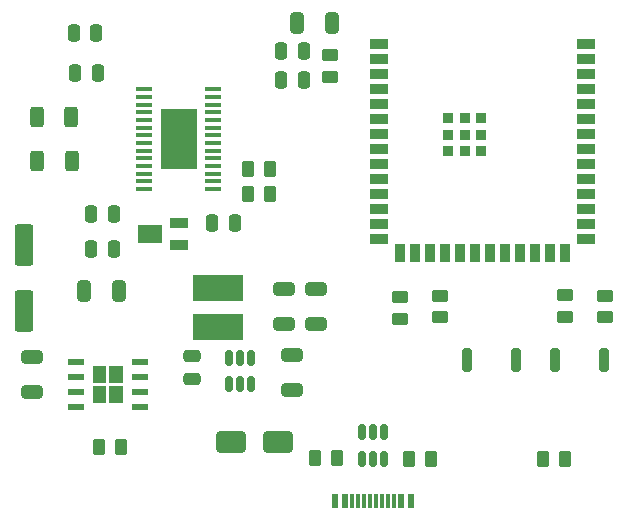
<source format=gbr>
%TF.GenerationSoftware,KiCad,Pcbnew,8.0.1*%
%TF.CreationDate,2024-04-06T00:37:26+05:30*%
%TF.ProjectId,Project,50726f6a-6563-4742-9e6b-696361645f70,rev?*%
%TF.SameCoordinates,Original*%
%TF.FileFunction,Paste,Top*%
%TF.FilePolarity,Positive*%
%FSLAX46Y46*%
G04 Gerber Fmt 4.6, Leading zero omitted, Abs format (unit mm)*
G04 Created by KiCad (PCBNEW 8.0.1) date 2024-04-06 00:37:26*
%MOMM*%
%LPD*%
G01*
G04 APERTURE LIST*
G04 Aperture macros list*
%AMRoundRect*
0 Rectangle with rounded corners*
0 $1 Rounding radius*
0 $2 $3 $4 $5 $6 $7 $8 $9 X,Y pos of 4 corners*
0 Add a 4 corners polygon primitive as box body*
4,1,4,$2,$3,$4,$5,$6,$7,$8,$9,$2,$3,0*
0 Add four circle primitives for the rounded corners*
1,1,$1+$1,$2,$3*
1,1,$1+$1,$4,$5*
1,1,$1+$1,$6,$7*
1,1,$1+$1,$8,$9*
0 Add four rect primitives between the rounded corners*
20,1,$1+$1,$2,$3,$4,$5,0*
20,1,$1+$1,$4,$5,$6,$7,0*
20,1,$1+$1,$6,$7,$8,$9,0*
20,1,$1+$1,$8,$9,$2,$3,0*%
G04 Aperture macros list end*
%ADD10C,0.000000*%
%ADD11RoundRect,0.250000X-0.262500X-0.450000X0.262500X-0.450000X0.262500X0.450000X-0.262500X0.450000X0*%
%ADD12RoundRect,0.250000X-0.450000X0.262500X-0.450000X-0.262500X0.450000X-0.262500X0.450000X0.262500X0*%
%ADD13RoundRect,0.200000X-0.200000X-0.800000X0.200000X-0.800000X0.200000X0.800000X-0.200000X0.800000X0*%
%ADD14RoundRect,0.250000X0.450000X-0.262500X0.450000X0.262500X-0.450000X0.262500X-0.450000X-0.262500X0*%
%ADD15RoundRect,0.250000X-0.312500X-0.625000X0.312500X-0.625000X0.312500X0.625000X-0.312500X0.625000X0*%
%ADD16R,1.549400X0.939800*%
%ADD17R,2.133600X1.498600*%
%ADD18RoundRect,0.250000X0.262500X0.450000X-0.262500X0.450000X-0.262500X-0.450000X0.262500X-0.450000X0*%
%ADD19RoundRect,0.250000X-0.325000X-0.650000X0.325000X-0.650000X0.325000X0.650000X-0.325000X0.650000X0*%
%ADD20RoundRect,0.150000X0.150000X-0.512500X0.150000X0.512500X-0.150000X0.512500X-0.150000X-0.512500X0*%
%ADD21RoundRect,0.250000X0.250000X0.475000X-0.250000X0.475000X-0.250000X-0.475000X0.250000X-0.475000X0*%
%ADD22R,1.500000X0.900000*%
%ADD23R,0.900000X1.500000*%
%ADD24R,0.900000X0.900000*%
%ADD25RoundRect,0.250000X-0.250000X-0.475000X0.250000X-0.475000X0.250000X0.475000X-0.250000X0.475000X0*%
%ADD26R,0.600000X1.160000*%
%ADD27R,0.300000X1.160000*%
%ADD28RoundRect,0.250000X0.650000X-0.325000X0.650000X0.325000X-0.650000X0.325000X-0.650000X-0.325000X0*%
%ADD29RoundRect,0.250000X-0.650000X0.325000X-0.650000X-0.325000X0.650000X-0.325000X0.650000X0.325000X0*%
%ADD30RoundRect,0.250000X-1.000000X-0.650000X1.000000X-0.650000X1.000000X0.650000X-1.000000X0.650000X0*%
%ADD31R,1.460500X0.558800*%
%ADD32R,4.200000X2.200000*%
%ADD33RoundRect,0.250000X-0.475000X0.250000X-0.475000X-0.250000X0.475000X-0.250000X0.475000X0.250000X0*%
%ADD34R,1.475000X0.450000*%
%ADD35R,3.100000X5.180000*%
%ADD36RoundRect,0.250000X0.550000X-1.500000X0.550000X1.500000X-0.550000X1.500000X-0.550000X-1.500000X0*%
%ADD37RoundRect,0.200000X0.200000X0.800000X-0.200000X0.800000X-0.200000X-0.800000X0.200000X-0.800000X0*%
G04 APERTURE END LIST*
D10*
%TO.C,U6*%
G36*
X61175000Y-66550000D02*
G01*
X60016100Y-66550000D01*
X60016100Y-65048200D01*
X61175000Y-65048200D01*
X61175000Y-66550000D01*
G37*
G36*
X61175000Y-68251800D02*
G01*
X60016100Y-68251800D01*
X60016100Y-66750000D01*
X61175000Y-66750000D01*
X61175000Y-68251800D01*
G37*
G36*
X62533900Y-66550000D02*
G01*
X61375000Y-66550000D01*
X61375000Y-65048200D01*
X62533900Y-65048200D01*
X62533900Y-66550000D01*
G37*
G36*
X62533900Y-68251800D02*
G01*
X61375000Y-68251800D01*
X61375000Y-66750000D01*
X62533900Y-66750000D01*
X62533900Y-68251800D01*
G37*
%TD*%
D11*
%TO.C,R10*%
X98162500Y-72950000D03*
X99987500Y-72950000D03*
%TD*%
D12*
%TO.C,R7*%
X80125000Y-38787500D03*
X80125000Y-40612500D03*
%TD*%
D13*
%TO.C,SW2*%
X91675000Y-64550000D03*
X95875000Y-64550000D03*
%TD*%
D14*
%TO.C,R18*%
X100025000Y-60912500D03*
X100025000Y-59087500D03*
%TD*%
%TO.C,R17*%
X103375000Y-60962500D03*
X103375000Y-59137500D03*
%TD*%
D15*
%TO.C,R4*%
X55275000Y-44000000D03*
X58200000Y-44000000D03*
%TD*%
D16*
%TO.C,R11*%
X67309300Y-54850000D03*
D17*
X64832800Y-53900000D03*
D16*
X67309300Y-52950000D03*
%TD*%
D18*
%TO.C,R2*%
X80687500Y-72887500D03*
X78862500Y-72887500D03*
%TD*%
D19*
%TO.C,C9*%
X59250000Y-58700000D03*
X62200000Y-58700000D03*
%TD*%
D20*
%TO.C,U4*%
X82800000Y-72937500D03*
X83750000Y-72937500D03*
X84700000Y-72937500D03*
X84700000Y-70662500D03*
X83750000Y-70662500D03*
X82800000Y-70662500D03*
%TD*%
%TO.C,U2*%
X71537500Y-66637500D03*
X72487500Y-66637500D03*
X73437500Y-66637500D03*
X73437500Y-64362500D03*
X72487500Y-64362500D03*
X71537500Y-64362500D03*
%TD*%
D18*
%TO.C,R5*%
X75012500Y-50550000D03*
X73187500Y-50550000D03*
%TD*%
D21*
%TO.C,C5*%
X60325000Y-36850000D03*
X58425000Y-36850000D03*
%TD*%
D22*
%TO.C,U1*%
X84275000Y-37790000D03*
X84275000Y-39060000D03*
X84275000Y-40330000D03*
X84275000Y-41600000D03*
X84275000Y-42870000D03*
X84275000Y-44140000D03*
X84275000Y-45410000D03*
X84275000Y-46680000D03*
X84275000Y-47950000D03*
X84275000Y-49220000D03*
X84275000Y-50490000D03*
X84275000Y-51760000D03*
X84275000Y-53030000D03*
X84275000Y-54300000D03*
D23*
X86040000Y-55550000D03*
X87310000Y-55550000D03*
X88580000Y-55550000D03*
X89850000Y-55550000D03*
X91120000Y-55550000D03*
X92390000Y-55550000D03*
X93660000Y-55550000D03*
X94930000Y-55550000D03*
X96200000Y-55550000D03*
X97470000Y-55550000D03*
X98740000Y-55550000D03*
X100010000Y-55550000D03*
D22*
X101775000Y-54300000D03*
X101775000Y-53030000D03*
X101775000Y-51760000D03*
X101775000Y-50490000D03*
X101775000Y-49220000D03*
X101775000Y-47950000D03*
X101775000Y-46680000D03*
X101775000Y-45410000D03*
X101775000Y-44140000D03*
X101775000Y-42870000D03*
X101775000Y-41600000D03*
X101775000Y-40330000D03*
X101775000Y-39060000D03*
X101775000Y-37790000D03*
D24*
X91525000Y-45510000D03*
X90125000Y-44110000D03*
X90125000Y-45510000D03*
X90125000Y-46910000D03*
X91525000Y-46910000D03*
X92925000Y-46910000D03*
X92925000Y-45510000D03*
X92925000Y-44110000D03*
X91525000Y-44110000D03*
%TD*%
D25*
%TO.C,C11*%
X59875000Y-55210000D03*
X61775000Y-55210000D03*
%TD*%
D26*
%TO.C,J1*%
X80550000Y-76490000D03*
X81350000Y-76490000D03*
D27*
X82500000Y-76490000D03*
X83500000Y-76490000D03*
X84000000Y-76490000D03*
X85000000Y-76490000D03*
D26*
X86150000Y-76490000D03*
X86950000Y-76490000D03*
X86950000Y-76490000D03*
X86150000Y-76490000D03*
D27*
X85500000Y-76490000D03*
X84500000Y-76490000D03*
X83000000Y-76490000D03*
X82000000Y-76490000D03*
D26*
X81350000Y-76490000D03*
X80550000Y-76490000D03*
%TD*%
D28*
%TO.C,C1*%
X76850000Y-67075000D03*
X76850000Y-64125000D03*
%TD*%
D29*
%TO.C,C22*%
X76200000Y-58575000D03*
X76200000Y-61525000D03*
%TD*%
D30*
%TO.C,D1*%
X71725000Y-71500000D03*
X75725000Y-71500000D03*
%TD*%
D21*
%TO.C,C14*%
X77875000Y-40850000D03*
X75975000Y-40850000D03*
%TD*%
D12*
%TO.C,R8*%
X86025000Y-59237500D03*
X86025000Y-61062500D03*
%TD*%
D21*
%TO.C,C7*%
X72025000Y-52950000D03*
X70125000Y-52950000D03*
%TD*%
D25*
%TO.C,C6*%
X58525000Y-40300000D03*
X60425000Y-40300000D03*
%TD*%
%TO.C,C10*%
X59875000Y-52200000D03*
X61775000Y-52200000D03*
%TD*%
D18*
%TO.C,R6*%
X75012500Y-48400000D03*
X73187500Y-48400000D03*
%TD*%
D31*
%TO.C,U6*%
X63999150Y-68555000D03*
X63999150Y-67285000D03*
X63999150Y-66015000D03*
X63999150Y-64745000D03*
X58550850Y-64745000D03*
X58550850Y-66015000D03*
X58550850Y-67285000D03*
X58550850Y-68555000D03*
%TD*%
D32*
%TO.C,L1*%
X70650000Y-61750000D03*
X70650000Y-58450000D03*
%TD*%
D33*
%TO.C,C2*%
X68400000Y-64250000D03*
X68400000Y-66150000D03*
%TD*%
D34*
%TO.C,IC1*%
X64349000Y-41650000D03*
X64349000Y-42300000D03*
X64349000Y-42950000D03*
X64349000Y-43600000D03*
X64349000Y-44250000D03*
X64349000Y-44900000D03*
X64349000Y-45550000D03*
X64349000Y-46200000D03*
X64349000Y-46850000D03*
X64349000Y-47500000D03*
X64349000Y-48150000D03*
X64349000Y-48800000D03*
X64349000Y-49450000D03*
X64349000Y-50100000D03*
X70225000Y-50100000D03*
X70225000Y-49450000D03*
X70225000Y-48800000D03*
X70225000Y-48150000D03*
X70225000Y-47500000D03*
X70225000Y-46850000D03*
X70225000Y-46200000D03*
X70225000Y-45550000D03*
X70225000Y-44900000D03*
X70225000Y-44250000D03*
X70225000Y-43600000D03*
X70225000Y-42950000D03*
X70225000Y-42300000D03*
X70225000Y-41650000D03*
D35*
X67287000Y-45875000D03*
%TD*%
D15*
%TO.C,R3*%
X55312500Y-47750000D03*
X58237500Y-47750000D03*
%TD*%
D29*
%TO.C,C21*%
X78900000Y-58575000D03*
X78900000Y-61525000D03*
%TD*%
D21*
%TO.C,C12*%
X77875000Y-38450000D03*
X75975000Y-38450000D03*
%TD*%
D19*
%TO.C,C13*%
X77300000Y-36000000D03*
X80250000Y-36000000D03*
%TD*%
D11*
%TO.C,R1*%
X86812500Y-72937500D03*
X88637500Y-72937500D03*
%TD*%
D36*
%TO.C,C8*%
X54225000Y-60400000D03*
X54225000Y-54800000D03*
%TD*%
D14*
%TO.C,R19*%
X89425000Y-60962500D03*
X89425000Y-59137500D03*
%TD*%
D29*
%TO.C,C20*%
X54875000Y-64325000D03*
X54875000Y-67275000D03*
%TD*%
D37*
%TO.C,SW1*%
X103325000Y-64550000D03*
X99125000Y-64550000D03*
%TD*%
D11*
%TO.C,R12*%
X60575000Y-71950000D03*
X62400000Y-71950000D03*
%TD*%
M02*

</source>
